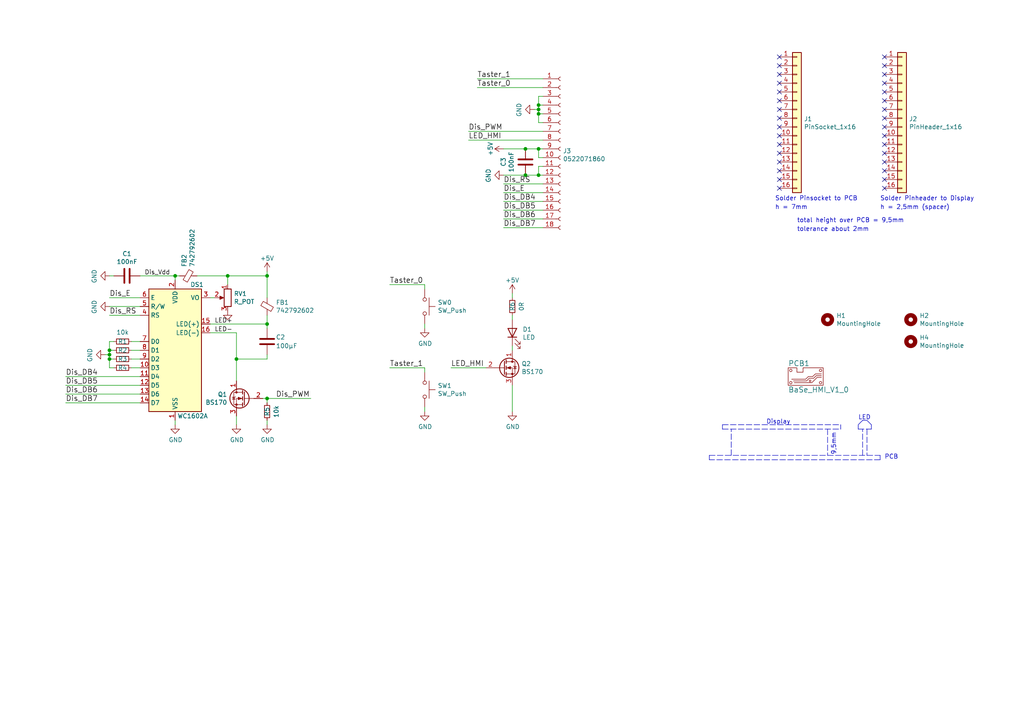
<source format=kicad_sch>
(kicad_sch (version 20211123) (generator eeschema)
  (paper "A4")
  (title_block (title "BaSe_HMI_V1_0") (date "28 apr 2016") (rev "1") (company "Gras7 Labs") (comment 1 "HMI Board for BaSe with Display, 2 Pushbuttons and a LED"))
  (lib_symbols
    (symbol "Connector:Conn_01x18_Female" (pin_names (offset 1.016) hide)
      (property "Reference" "J" (at 0 22.86 0))
      (property "Value" "Conn_01x18_Female" (at 0 -25.4 0))
      (symbol "Conn_01x18_Female_1_1"
        (arc (start 0 -22.352) (mid -0.508 -22.86) (end 0 -23.368) (stroke (width 0.1524)))
        (arc (start 0 -19.812) (mid -0.508 -20.32) (end 0 -20.828) (stroke (width 0.1524)))
        (arc (start 0 -17.272) (mid -0.508 -17.78) (end 0 -18.288) (stroke (width 0.1524)))
        (arc (start 0 -14.732) (mid -0.508 -15.24) (end 0 -15.748) (stroke (width 0.1524)))
        (arc (start 0 -12.192) (mid -0.508 -12.7) (end 0 -13.208) (stroke (width 0.1524)))
        (arc (start 0 -9.652) (mid -0.508 -10.16) (end 0 -10.668) (stroke (width 0.1524)))
        (arc (start 0 -7.112) (mid -0.508 -7.62) (end 0 -8.128) (stroke (width 0.1524)))
        (arc (start 0 -4.572) (mid -0.508 -5.08) (end 0 -5.588) (stroke (width 0.1524)))
        (arc (start 0 -2.032) (mid -0.508 -2.54) (end 0 -3.048) (stroke (width 0.1524)))
        (polyline (pts (xy -1.27 -22.86) (xy -0.508 -22.86)) (stroke (width 0.1524)))
        (polyline (pts (xy -1.27 -20.32) (xy -0.508 -20.32)) (stroke (width 0.1524)))
        (polyline (pts (xy -1.27 -17.78) (xy -0.508 -17.78)) (stroke (width 0.1524)))
        (polyline (pts (xy -1.27 -15.24) (xy -0.508 -15.24)) (stroke (width 0.1524)))
        (polyline (pts (xy -1.27 -12.7) (xy -0.508 -12.7)) (stroke (width 0.1524)))
        (polyline (pts (xy -1.27 -10.16) (xy -0.508 -10.16)) (stroke (width 0.1524)))
        (polyline (pts (xy -1.27 -7.62) (xy -0.508 -7.62)) (stroke (width 0.1524)))
        (polyline (pts (xy -1.27 -5.08) (xy -0.508 -5.08)) (stroke (width 0.1524)))
        (polyline (pts (xy -1.27 -2.54) (xy -0.508 -2.54)) (stroke (width 0.1524)))
        (polyline (pts (xy -1.27 0) (xy -0.508 0)) (stroke (width 0.1524)))
        (polyline (pts (xy -1.27 2.54) (xy -0.508 2.54)) (stroke (width 0.1524)))
        (polyline (pts (xy -1.27 5.08) (xy -0.508 5.08)) (stroke (width 0.1524)))
        (polyline (pts (xy -1.27 7.62) (xy -0.508 7.62)) (stroke (width 0.1524)))
        (polyline (pts (xy -1.27 10.16) (xy -0.508 10.16)) (stroke (width 0.1524)))
        (polyline (pts (xy -1.27 12.7) (xy -0.508 12.7)) (stroke (width 0.1524)))
        (polyline (pts (xy -1.27 15.24) (xy -0.508 15.24)) (stroke (width 0.1524)))
        (polyline (pts (xy -1.27 17.78) (xy -0.508 17.78)) (stroke (width 0.1524)))
        (polyline (pts (xy -1.27 20.32) (xy -0.508 20.32)) (stroke (width 0.1524)))
        (arc (start 0 0.508) (mid -0.508 0) (end 0 -0.508) (stroke (width 0.1524)))
        (arc (start 0 3.048) (mid -0.508 2.54) (end 0 2.032) (stroke (width 0.1524)))
        (arc (start 0 5.588) (mid -0.508 5.08) (end 0 4.572) (stroke (width 0.1524)))
        (arc (start 0 8.128) (mid -0.508 7.62) (end 0 7.112) (stroke (width 0.1524)))
        (arc (start 0 10.668) (mid -0.508 10.16) (end 0 9.652) (stroke (width 0.1524)))
        (arc (start 0 13.208) (mid -0.508 12.7) (end 0 12.192) (stroke (width 0.1524)))
        (arc (start 0 15.748) (mid -0.508 15.24) (end 0 14.732) (stroke (width 0.1524)))
        (arc (start 0 18.288) (mid -0.508 17.78) (end 0 17.272) (stroke (width 0.1524)))
        (arc (start 0 20.828) (mid -0.508 20.32) (end 0 19.812) (stroke (width 0.1524)))
        (pin passive line (at -5.08 20.32 0) (length 3.81) (name "Pin_1") (number "1"))
        (pin passive line (at -5.08 -2.54 0) (length 3.81) (name "Pin_10") (number "10"))
        (pin passive line (at -5.08 -5.08 0) (length 3.81) (name "Pin_11") (number "11"))
        (pin passive line (at -5.08 -7.62 0) (length 3.81) (name "Pin_12") (number "12"))
        (pin passive line (at -5.08 -10.16 0) (length 3.81) (name "Pin_13") (number "13"))
        (pin passive line (at -5.08 -12.7 0) (length 3.81) (name "Pin_14") (number "14"))
        (pin passive line (at -5.08 -15.24 0) (length 3.81) (name "Pin_15") (number "15"))
        (pin passive line (at -5.08 -17.78 0) (length 3.81) (name "Pin_16") (number "16"))
        (pin passive line (at -5.08 -20.32 0) (length 3.81) (name "Pin_17") (number "17"))
        (pin passive line (at -5.08 -22.86 0) (length 3.81) (name "Pin_18") (number "18"))
        (pin passive line (at -5.08 17.78 0) (length 3.81) (name "Pin_2") (number "2"))
        (pin passive line (at -5.08 15.24 0) (length 3.81) (name "Pin_3") (number "3"))
        (pin passive line (at -5.08 12.7 0) (length 3.81) (name "Pin_4") (number "4"))
        (pin passive line (at -5.08 10.16 0) (length 3.81) (name "Pin_5") (number "5"))
        (pin passive line (at -5.08 7.62 0) (length 3.81) (name "Pin_6") (number "6"))
        (pin passive line (at -5.08 5.08 0) (length 3.81) (name "Pin_7") (number "7"))
        (pin passive line (at -5.08 2.54 0) (length 3.81) (name "Pin_8") (number "8"))
        (pin passive line (at -5.08 0 0) (length 3.81) (name "Pin_9") (number "9"))
      )
    )
    (symbol "Connector_Generic:Conn_01x16" (pin_names (offset 1.016) hide)
      (property "Reference" "J" (at 0 20.32 0))
      (property "Value" "Conn_01x16" (at 0 -22.86 0))
      (symbol "Conn_01x16_1_1"
        (rectangle (start -1.27 -20.193) (end 0 -20.447) (stroke (width 0.1524)))
        (rectangle (start -1.27 -17.653) (end 0 -17.907) (stroke (width 0.1524)))
        (rectangle (start -1.27 -15.113) (end 0 -15.367) (stroke (width 0.1524)))
        (rectangle (start -1.27 -12.573) (end 0 -12.827) (stroke (width 0.1524)))
        (rectangle (start -1.27 -10.033) (end 0 -10.287) (stroke (width 0.1524)))
        (rectangle (start -1.27 -7.493) (end 0 -7.747) (stroke (width 0.1524)))
        (rectangle (start -1.27 -4.953) (end 0 -5.207) (stroke (width 0.1524)))
        (rectangle (start -1.27 -2.413) (end 0 -2.667) (stroke (width 0.1524)))
        (rectangle (start -1.27 0.127) (end 0 -0.127) (stroke (width 0.1524)))
        (rectangle (start -1.27 2.667) (end 0 2.413) (stroke (width 0.1524)))
        (rectangle (start -1.27 5.207) (end 0 4.953) (stroke (width 0.1524)))
        (rectangle (start -1.27 7.747) (end 0 7.493) (stroke (width 0.1524)))
        (rectangle (start -1.27 10.287) (end 0 10.033) (stroke (width 0.1524)))
        (rectangle (start -1.27 12.827) (end 0 12.573) (stroke (width 0.1524)))
        (rectangle (start -1.27 15.367) (end 0 15.113) (stroke (width 0.1524)))
        (rectangle (start -1.27 17.907) (end 0 17.653) (stroke (width 0.1524)))
        (rectangle (start -1.27 19.05) (end 1.27 -21.59) (stroke (width 0.254)) (fill (type background)))
        (pin passive line (at -5.08 17.78 0) (length 3.81) (name "Pin_1") (number "1"))
        (pin passive line (at -5.08 -5.08 0) (length 3.81) (name "Pin_10") (number "10"))
        (pin passive line (at -5.08 -7.62 0) (length 3.81) (name "Pin_11") (number "11"))
        (pin passive line (at -5.08 -10.16 0) (length 3.81) (name "Pin_12") (number "12"))
        (pin passive line (at -5.08 -12.7 0) (length 3.81) (name "Pin_13") (number "13"))
        (pin passive line (at -5.08 -15.24 0) (length 3.81) (name "Pin_14") (number "14"))
        (pin passive line (at -5.08 -17.78 0) (length 3.81) (name "Pin_15") (number "15"))
        (pin passive line (at -5.08 -20.32 0) (length 3.81) (name "Pin_16") (number "16"))
        (pin passive line (at -5.08 15.24 0) (length 3.81) (name "Pin_2") (number "2"))
        (pin passive line (at -5.08 12.7 0) (length 3.81) (name "Pin_3") (number "3"))
        (pin passive line (at -5.08 10.16 0) (length 3.81) (name "Pin_4") (number "4"))
        (pin passive line (at -5.08 7.62 0) (length 3.81) (name "Pin_5") (number "5"))
        (pin passive line (at -5.08 5.08 0) (length 3.81) (name "Pin_6") (number "6"))
        (pin passive line (at -5.08 2.54 0) (length 3.81) (name "Pin_7") (number "7"))
        (pin passive line (at -5.08 0 0) (length 3.81) (name "Pin_8") (number "8"))
        (pin passive line (at -5.08 -2.54 0) (length 3.81) (name "Pin_9") (number "9"))
      )
    )
    (symbol "Device:C" (pin_numbers hide) (pin_names (offset 0.254))
      (property "Reference" "C" (at 0.635 2.54 0))
      (property "Value" "C" (at 0.635 -2.54 0))
      (symbol "C_0_1"
        (polyline (pts (xy -2.032 -0.762) (xy 2.032 -0.762)) (stroke (width 0.508)))
        (polyline (pts (xy -2.032 0.762) (xy 2.032 0.762)) (stroke (width 0.508)))
      )
      (symbol "C_1_1"
        (pin passive line (at 0 3.81 270) (length 2.794) (name "~") (number "1"))
        (pin passive line (at 0 -3.81 90) (length 2.794) (name "~") (number "2"))
      )
    )
    (symbol "Device:Ferrite_Bead_Small" (pin_numbers hide) (pin_names (offset 0))
      (property "Reference" "FB" (at 1.905 1.27 0))
      (property "Value" "Device_Ferrite_Bead_Small" (at 1.905 -1.27 0))
      (symbol "Ferrite_Bead_Small_0_1"
        (polyline (pts (xy 0 -1.27) (xy 0 -0.7874)))
        (polyline (pts (xy 0 0.889) (xy 0 1.2954)))
        (polyline (pts (xy -1.8288 0.2794) (xy -1.1176 1.4986) (xy 1.8288 -0.2032) (xy 1.1176 -1.4224) (xy -1.8288 0.2794)))
      )
      (symbol "Ferrite_Bead_Small_1_1"
        (pin passive line (at 0 2.54 270) (length 1.27) (name "~") (number "1"))
        (pin passive line (at 0 -2.54 90) (length 1.27) (name "~") (number "2"))
      )
    )
    (symbol "Device:LED" (pin_numbers hide) (pin_names (offset 1.016) hide)
      (property "Reference" "D" (at 0 2.54 0))
      (property "Value" "LED" (at 0 -2.54 0))
      (symbol "LED_0_1"
        (polyline (pts (xy -1.27 -1.27) (xy -1.27 1.27)) (stroke (width 0.254)))
        (polyline (pts (xy -1.27 0) (xy 1.27 0)))
        (polyline (pts (xy 1.27 -1.27) (xy 1.27 1.27) (xy -1.27 0) (xy 1.27 -1.27)) (stroke (width 0.254)))
        (polyline (pts (xy -3.048 -0.762) (xy -4.572 -2.286) (xy -3.81 -2.286) (xy -4.572 -2.286) (xy -4.572 -1.524)))
        (polyline (pts (xy -1.778 -0.762) (xy -3.302 -2.286) (xy -2.54 -2.286) (xy -3.302 -2.286) (xy -3.302 -1.524)))
      )
      (symbol "LED_1_1"
        (pin passive line (at -3.81 0 0) (length 2.54) (name "K") (number "1"))
        (pin passive line (at 3.81 0 180) (length 2.54) (name "A") (number "2"))
      )
    )
    (symbol "Device:R_POT" (pin_names (offset 1.016) hide)
      (property "Reference" "RV" (at -4.445 0 90))
      (property "Value" "Device_R_POT" (at -2.54 0 90))
      (symbol "R_POT_0_1"
        (polyline (pts (xy 2.54 0) (xy 1.524 0)))
        (polyline (pts (xy 1.143 0) (xy 2.286 0.508) (xy 2.286 -0.508) (xy 1.143 0)) (fill (type outline)))
        (rectangle (start 1.016 2.54) (end -1.016 -2.54) (stroke (width 0.254)))
      )
      (symbol "R_POT_1_1"
        (pin passive line (at 0 3.81 270) (length 1.27) (name "1") (number "1"))
        (pin passive line (at 3.81 0 180) (length 1.27) (name "2") (number "2"))
        (pin passive line (at 0 -3.81 90) (length 1.27) (name "3") (number "3"))
      )
    )
    (symbol "Device:R_Small" (pin_numbers hide) (pin_names (offset 0.254) hide)
      (property "Reference" "R" (at 0.762 0.508 0))
      (property "Value" "R_Small" (at 0.762 -1.016 0))
      (symbol "R_Small_0_1"
        (rectangle (start -0.762 1.778) (end 0.762 -1.778) (stroke (width 0.2032)))
      )
      (symbol "R_Small_1_1"
        (pin passive line (at 0 2.54 270) (length 0.762) (name "~") (number "1"))
        (pin passive line (at 0 -2.54 90) (length 0.762) (name "~") (number "2"))
      )
    )
    (symbol "Display_Character:WC1602A"
      (property "Reference" "DS" (at -5.842 19.05 0))
      (property "Value" "WC1602A" (at 5.334 19.05 0))
      (symbol "WC1602A_1_1"
        (rectangle (start -7.62 17.78) (end 7.62 -17.78) (stroke (width 0.254)) (fill (type background)))
        (pin power_in line (at 0 -20.32 90) (length 2.54) (name "VSS") (number "1"))
        (pin input line (at -10.16 -5.08 0) (length 2.54) (name "D3") (number "10"))
        (pin input line (at -10.16 -7.62 0) (length 2.54) (name "D4") (number "11"))
        (pin input line (at -10.16 -10.16 0) (length 2.54) (name "D5") (number "12"))
        (pin input line (at -10.16 -12.7 0) (length 2.54) (name "D6") (number "13"))
        (pin input line (at -10.16 -15.24 0) (length 2.54) (name "D7") (number "14"))
        (pin power_in line (at 10.16 7.62 180) (length 2.54) (name "LED(+)") (number "15"))
        (pin power_in line (at 10.16 5.08 180) (length 2.54) (name "LED(-)") (number "16"))
        (pin power_in line (at 0 20.32 270) (length 2.54) (name "VDD") (number "2"))
        (pin input line (at 10.16 15.24 180) (length 2.54) (name "VO") (number "3"))
        (pin input line (at -10.16 10.16 0) (length 2.54) (name "RS") (number "4"))
        (pin input line (at -10.16 12.7 0) (length 2.54) (name "R/W") (number "5"))
        (pin input line (at -10.16 15.24 0) (length 2.54) (name "E") (number "6"))
        (pin input line (at -10.16 2.54 0) (length 2.54) (name "D0") (number "7"))
        (pin input line (at -10.16 0 0) (length 2.54) (name "D1") (number "8"))
        (pin input line (at -10.16 -2.54 0) (length 2.54) (name "D2") (number "9"))
      )
    )
    (symbol "Mechanical:MountingHole" (pin_names (offset 1.016))
      (property "Reference" "H" (at 0 5.08 0))
      (property "Value" "MountingHole" (at 0 3.175 0))
      (symbol "MountingHole_0_1"
        (circle (center 0 0) (radius 1.27) (stroke (width 1.27)))
      )
    )
    (symbol "Switch:SW_Push" (pin_numbers hide) (pin_names (offset 1.016) hide)
      (property "Reference" "SW" (at 1.27 2.54 0))
      (property "Value" "SW_Push" (at 0 -1.524 0))
      (symbol "SW_Push_0_1"
        (circle (center -2.032 0) (radius 0.508))
        (polyline (pts (xy 0 1.27) (xy 0 3.048)))
        (polyline (pts (xy 2.54 1.27) (xy -2.54 1.27)))
        (circle (center 2.032 0) (radius 0.508))
        (pin passive line (at -5.08 0 0) (length 2.54) (name "1") (number "1"))
        (pin passive line (at 5.08 0 180) (length 2.54) (name "2") (number "2"))
      )
    )
    (symbol "Transistor_FET:BS170" (pin_names hide)
      (property "Reference" "Q" (at 5.08 1.905 0))
      (property "Value" "BS170" (at 5.08 0 0))
      (symbol "BS170_0_1"
        (polyline (pts (xy 0.254 0) (xy -2.54 0)))
        (polyline (pts (xy 0.254 1.905) (xy 0.254 -1.905)) (stroke (width 0.254)))
        (polyline (pts (xy 0.762 -1.27) (xy 0.762 -2.286)) (stroke (width 0.254)))
        (polyline (pts (xy 0.762 0.508) (xy 0.762 -0.508)) (stroke (width 0.254)))
        (polyline (pts (xy 0.762 2.286) (xy 0.762 1.27)) (stroke (width 0.254)))
        (polyline (pts (xy 2.54 2.54) (xy 2.54 1.778)))
        (polyline (pts (xy 2.54 -2.54) (xy 2.54 0) (xy 0.762 0)))
        (polyline (pts (xy 0.762 -1.778) (xy 3.302 -1.778) (xy 3.302 1.778) (xy 0.762 1.778)))
        (polyline (pts (xy 1.016 0) (xy 2.032 0.381) (xy 2.032 -0.381) (xy 1.016 0)) (fill (type outline)))
        (polyline (pts (xy 2.794 0.508) (xy 2.921 0.381) (xy 3.683 0.381) (xy 3.81 0.254)))
        (polyline (pts (xy 3.302 0.381) (xy 2.921 -0.254) (xy 3.683 -0.254) (xy 3.302 0.381)))
        (circle (center 1.651 0) (radius 2.794) (stroke (width 0.254)))
        (circle (center 2.54 -1.778) (radius 0.254) (fill (type outline)))
        (circle (center 2.54 1.778) (radius 0.254) (fill (type outline)))
      )
      (symbol "BS170_1_1"
        (pin passive line (at 2.54 5.08 270) (length 2.54) (name "D") (number "1"))
        (pin input line (at -5.08 0 0) (length 2.54) (name "G") (number "2"))
        (pin passive line (at 2.54 -5.08 90) (length 2.54) (name "S") (number "3"))
      )
    )
    (symbol "g7_labels:PCB" (pin_names (offset 1.016))
      (property "Reference" "PCB" (at 0 3.81 0))
      (property "Value" "PCB" (at 0 -3.81 0))
      (symbol "PCB_0_1"
        (circle (center -4.318 1.778) (radius 0.3556))
        (polyline (pts (xy 4.572 -0.254) (xy 3.302 -0.254) (xy 1.778 -1.778) (xy -3.302 -1.778)))
        (polyline (pts (xy -3.556 -1.27) (xy 0.254 -1.27) (xy 1.016 -0.508) (xy 2.286 -0.508) (xy 3.048 0.254) (xy 4.572 0.254)))
        (polyline (pts (xy -4.064 -0.762) (xy -0.508 -0.762) (xy 0 -0.762) (xy 0.762 0) (xy 2.032 0) (xy 2.794 0.762) (xy 4.572 0.762)))
        (polyline (pts (xy -5.08 2.54) (xy -2.54 2.54) (xy -2.54 1.27) (xy -0.762 1.27) (xy -0.762 2.54) (xy 5.08 2.54) (xy 5.08 -2.54) (xy -5.08 -2.54) (xy -5.08 2.54)))
        (circle (center 1.27 -1.27) (radius 0.254))
        (circle (center 4.318 -1.778) (radius 0.3556))
      )
      (symbol "PCB_1_1"
        (circle (center -4.318 -1.778) (radius 0.3556))
        (circle (center 4.318 1.778) (radius 0.3556))
      )
    )
    (symbol "power:+5V" (power) (pin_names (offset 0))
      (property "Value" "+5V" (at 0 3.556 0))
      (symbol "+5V_0_1"
        (polyline (pts (xy -0.762 1.27) (xy 0 2.54)))
        (polyline (pts (xy 0 0) (xy 0 2.54)))
        (polyline (pts (xy 0 2.54) (xy 0.762 1.27)))
      )
      (symbol "+5V_1_1"
        (pin power_in line (at 0 0 90) (length 0) hide (name "+5V") (number "1"))
      )
    )
    (symbol "power:GND" (power) (pin_names (offset 0))
      (property "Value" "GND" (at 0 -3.81 0))
      (symbol "GND_0_1"
        (polyline (pts (xy 0 0) (xy 0 -1.27) (xy 1.27 -1.27) (xy 0 -2.54) (xy -1.27 -1.27) (xy 0 -1.27)))
      )
      (symbol "GND_1_1"
        (pin power_in line (at 0 0 270) (length 0) hide (name "GND") (number "1"))
      )
    )
  )
  (junction (at 66.04 80.01))
  (junction (at 68.58 104.14))
  (junction (at 77.47 115.57))
  (junction (at 156.21 31.75))
  (junction (at 77.47 80.01))
  (junction (at 156.21 43.18))
  (junction (at 152.4 50.8))
  (junction (at 156.21 33.02))
  (junction (at 31.75 101.6))
  (junction (at 31.75 104.14))
  (junction (at 156.21 30.48))
  (junction (at 156.21 50.8))
  (junction (at 50.8 80.01))
  (junction (at 77.47 93.98))
  (junction (at 152.4 43.18))
  (junction (at 31.75 102.87))
  (no_connect (at 256.54 44.45))
  (no_connect (at 256.54 39.37))
  (no_connect (at 226.06 26.67))
  (no_connect (at 226.06 49.53))
  (no_connect (at 256.54 19.05))
  (no_connect (at 256.54 46.99))
  (no_connect (at 256.54 29.21))
  (no_connect (at 226.06 16.51))
  (no_connect (at 256.54 36.83))
  (no_connect (at 256.54 26.67))
  (no_connect (at 256.54 31.75))
  (no_connect (at 256.54 24.13))
  (no_connect (at 226.06 46.99))
  (no_connect (at 226.06 52.07))
  (no_connect (at 226.06 29.21))
  (no_connect (at 226.06 34.29))
  (no_connect (at 256.54 21.59))
  (no_connect (at 256.54 16.51))
  (no_connect (at 226.06 21.59))
  (no_connect (at 226.06 41.91))
  (no_connect (at 226.06 44.45))
  (no_connect (at 256.54 41.91))
  (no_connect (at 226.06 19.05))
  (no_connect (at 256.54 52.07))
  (no_connect (at 256.54 49.53))
  (no_connect (at 256.54 54.61))
  (no_connect (at 226.06 54.61))
  (no_connect (at 226.06 39.37))
  (no_connect (at 226.06 36.83))
  (no_connect (at 226.06 24.13))
  (no_connect (at 226.06 31.75))
  (no_connect (at 256.54 34.29))
  (wire (pts (xy 148.59 111.76) (xy 148.59 119.38)))
  (wire (pts (xy 156.21 43.18) (xy 156.21 45.72)))
  (wire (pts (xy 38.1 99.06) (xy 40.64 99.06)))
  (wire (pts (xy 148.59 85.09) (xy 148.59 86.36)))
  (polyline (pts (xy 251.46 124.46) (xy 251.46 132.08)))
  (wire (pts (xy 31.75 102.87) (xy 31.75 104.14)))
  (wire (pts (xy 156.21 45.72) (xy 157.48 45.72)))
  (wire (pts (xy 19.05 116.84) (xy 40.64 116.84)))
  (wire (pts (xy 50.8 123.19) (xy 50.8 121.92)))
  (wire (pts (xy 60.96 86.36) (xy 62.23 86.36)))
  (wire (pts (xy 146.05 58.42) (xy 157.48 58.42)))
  (wire (pts (xy 19.05 114.3) (xy 40.64 114.3)))
  (wire (pts (xy 50.8 81.28) (xy 50.8 80.01)))
  (wire (pts (xy 38.1 106.68) (xy 40.64 106.68)))
  (wire (pts (xy 60.96 93.98) (xy 77.47 93.98)))
  (wire (pts (xy 146.05 60.96) (xy 157.48 60.96)))
  (wire (pts (xy 156.21 48.26) (xy 156.21 50.8)))
  (polyline (pts (xy 205.74 132.08) (xy 255.27 132.08)))
  (wire (pts (xy 123.19 93.98) (xy 123.19 95.25)))
  (wire (pts (xy 77.47 123.19) (xy 77.47 121.92)))
  (polyline (pts (xy 252.73 124.46) (xy 252.73 123.19)))
  (wire (pts (xy 50.8 80.01) (xy 52.07 80.01)))
  (wire (pts (xy 113.03 82.55) (xy 123.19 82.55)))
  (wire (pts (xy 146.05 55.88) (xy 157.48 55.88)))
  (wire (pts (xy 19.05 111.76) (xy 40.64 111.76)))
  (wire (pts (xy 152.4 50.8) (xy 156.21 50.8)))
  (wire (pts (xy 31.75 104.14) (xy 33.02 104.14)))
  (wire (pts (xy 146.05 63.5) (xy 157.48 63.5)))
  (polyline (pts (xy 250.19 132.08) (xy 250.19 124.46)))
  (wire (pts (xy 38.1 101.6) (xy 40.64 101.6)))
  (polyline (pts (xy 252.73 123.19) (xy 251.46 121.92)))
  (wire (pts (xy 31.75 101.6) (xy 31.75 102.87)))
  (polyline (pts (xy 255.27 132.08) (xy 255.27 133.35)))
  (polyline (pts (xy 212.09 132.08) (xy 212.09 124.46)))
  (polyline (pts (xy 255.27 133.35) (xy 205.74 133.35)))
  (polyline (pts (xy 209.55 123.19) (xy 243.84 123.19)))
  (polyline (pts (xy 209.55 124.46) (xy 243.84 124.46)))
  (wire (pts (xy 31.75 80.01) (xy 33.02 80.01)))
  (wire (pts (xy 68.58 123.19) (xy 68.58 120.65)))
  (wire (pts (xy 31.75 104.14) (xy 31.75 106.68)))
  (wire (pts (xy 152.4 43.18) (xy 146.05 43.18)))
  (wire (pts (xy 135.89 40.64) (xy 157.48 40.64)))
  (wire (pts (xy 77.47 78.74) (xy 77.47 80.01)))
  (wire (pts (xy 76.2 115.57) (xy 77.47 115.57)))
  (wire (pts (xy 33.02 99.06) (xy 31.75 99.06)))
  (wire (pts (xy 157.48 33.02) (xy 156.21 33.02)))
  (wire (pts (xy 68.58 96.52) (xy 60.96 96.52)))
  (wire (pts (xy 156.21 33.02) (xy 156.21 31.75)))
  (wire (pts (xy 31.75 102.87) (xy 30.48 102.87)))
  (wire (pts (xy 154.94 31.75) (xy 156.21 31.75)))
  (wire (pts (xy 157.48 27.94) (xy 156.21 27.94)))
  (wire (pts (xy 77.47 104.14) (xy 68.58 104.14)))
  (wire (pts (xy 68.58 104.14) (xy 68.58 96.52)))
  (wire (pts (xy 40.64 80.01) (xy 50.8 80.01)))
  (wire (pts (xy 66.04 80.01) (xy 66.04 82.55)))
  (wire (pts (xy 157.48 48.26) (xy 156.21 48.26)))
  (wire (pts (xy 138.43 22.86) (xy 157.48 22.86)))
  (polyline (pts (xy 250.19 121.92) (xy 248.92 123.19)))
  (wire (pts (xy 123.19 82.55) (xy 123.19 83.82)))
  (wire (pts (xy 77.47 95.25) (xy 77.47 93.98)))
  (wire (pts (xy 77.47 91.44) (xy 77.47 93.98)))
  (wire (pts (xy 156.21 30.48) (xy 156.21 31.75)))
  (polyline (pts (xy 243.84 123.19) (xy 243.84 124.46)))
  (wire (pts (xy 31.75 86.36) (xy 40.64 86.36)))
  (wire (pts (xy 156.21 27.94) (xy 156.21 30.48)))
  (wire (pts (xy 77.47 80.01) (xy 77.47 86.36)))
  (polyline (pts (xy 251.46 121.92) (xy 250.19 121.92)))
  (wire (pts (xy 66.04 80.01) (xy 77.47 80.01)))
  (polyline (pts (xy 240.03 124.46) (xy 240.03 132.08)))
  (wire (pts (xy 38.1 104.14) (xy 40.64 104.14)))
  (wire (pts (xy 123.19 119.38) (xy 123.19 118.11)))
  (wire (pts (xy 138.43 25.4) (xy 157.48 25.4)))
  (wire (pts (xy 146.05 50.8) (xy 152.4 50.8)))
  (wire (pts (xy 31.75 91.44) (xy 40.64 91.44)))
  (polyline (pts (xy 248.92 123.19) (xy 248.92 124.46)))
  (wire (pts (xy 77.47 115.57) (xy 77.47 116.84)))
  (wire (pts (xy 146.05 66.04) (xy 157.48 66.04)))
  (wire (pts (xy 156.21 43.18) (xy 152.4 43.18)))
  (wire (pts (xy 19.05 109.22) (xy 40.64 109.22)))
  (wire (pts (xy 146.05 53.34) (xy 157.48 53.34)))
  (wire (pts (xy 68.58 110.49) (xy 68.58 104.14)))
  (wire (pts (xy 123.19 106.68) (xy 123.19 107.95)))
  (wire (pts (xy 140.97 106.68) (xy 130.81 106.68)))
  (wire (pts (xy 156.21 33.02) (xy 156.21 35.56)))
  (wire (pts (xy 31.75 106.68) (xy 33.02 106.68)))
  (polyline (pts (xy 205.74 133.35) (xy 205.74 132.08)))
  (wire (pts (xy 148.59 101.6) (xy 148.59 100.33)))
  (wire (pts (xy 77.47 115.57) (xy 90.17 115.57)))
  (wire (pts (xy 31.75 99.06) (xy 31.75 101.6)))
  (wire (pts (xy 156.21 35.56) (xy 157.48 35.56)))
  (wire (pts (xy 31.75 88.9) (xy 40.64 88.9)))
  (wire (pts (xy 33.02 101.6) (xy 31.75 101.6)))
  (wire (pts (xy 156.21 50.8) (xy 157.48 50.8)))
  (polyline (pts (xy 209.55 124.46) (xy 209.55 123.19)))
  (wire (pts (xy 148.59 91.44) (xy 148.59 92.71)))
  (wire (pts (xy 57.15 80.01) (xy 66.04 80.01)))
  (wire (pts (xy 156.21 30.48) (xy 157.48 30.48)))
  (wire (pts (xy 113.03 106.68) (xy 123.19 106.68)))
  (polyline (pts (xy 248.92 124.46) (xy 252.73 124.46)))
  (wire (pts (xy 157.48 43.18) (xy 156.21 43.18)))
  (wire (pts (xy 135.89 38.1) (xy 157.48 38.1)))
  (wire (pts (xy 77.47 102.87) (xy 77.47 104.14)))
  (text "h = 7mm" (at 224.79 60.96 0) (effects (font (size 1.27 1.27)) (justify left bottom)))
  (text "PCB" (at 256.54 133.35 0) (effects (font (size 1.27 1.27)) (justify left bottom)))
  (text "h = 2,5mm (spacer)" (at 255.27 60.96 0) (effects (font (size 1.27 1.27)) (justify left bottom)))
  (text "9,5mm" (at 242.57 132.08 90) (effects (font (size 1.27 1.27)) (justify left bottom)))
  (text "tolerance about 2mm" (at 231.14 67.31 0) (effects (font (size 1.27 1.27)) (justify left bottom)))
  (text "Solder Pinheader to Display" (at 255.27 58.42 0) (effects (font (size 1.27 1.27)) (justify left bottom)))
  (text "Solder Pinsocket to PCB" (at 224.79 58.42 0) (effects (font (size 1.27 1.27)) (justify left bottom)))
  (text "Display" (at 222.25 123.19 0) (effects (font (size 1.27 1.27)) (justify left bottom)))
  (text "total height over PCB = 9,5mm" (at 231.14 64.77 0) (effects (font (size 1.27 1.27)) (justify left bottom)))
  (text "LED" (at 248.92 121.92 0) (effects (font (size 1.27 1.27)) (justify left bottom)))
  (label "Dis_DB4" (at 146.05 58.42 0) (effects (font (size 1.524 1.524))))
  (label "Dis_Vdd" (at 41.91 80.01 0))
  (label "LED_HMI" (at 130.81 106.68 0) (effects (font (size 1.524 1.524))))
  (label "LED_HMI" (at 135.89 40.64 0) (effects (font (size 1.524 1.524))))
  (label "Dis_RS" (at 146.05 53.34 0) (effects (font (size 1.524 1.524))))
  (label "Dis_RS" (at 31.75 91.44 0) (effects (font (size 1.524 1.524))))
  (label "Dis_PWM" (at 135.89 38.1 0) (effects (font (size 1.524 1.524))))
  (label "Dis_PWM" (at 80.01 115.57 0) (effects (font (size 1.524 1.524))))
  (label "Dis_DB5" (at 146.05 60.96 0) (effects (font (size 1.524 1.524))))
  (label "Dis_DB5" (at 19.05 111.76 0) (effects (font (size 1.524 1.524))))
  (label "Taster_0" (at 138.43 25.4 0) (effects (font (size 1.524 1.524))))
  (label "Dis_E" (at 31.75 86.36 0) (effects (font (size 1.524 1.524))))
  (label "Dis_DB6" (at 146.05 63.5 0) (effects (font (size 1.524 1.524))))
  (label "Taster_0" (at 113.03 82.55 0) (effects (font (size 1.524 1.524))))
  (label "Taster_1" (at 113.03 106.68 0) (effects (font (size 1.524 1.524))))
  (label "Dis_DB7" (at 146.05 66.04 0) (effects (font (size 1.524 1.524))))
  (label "LED-" (at 62.23 96.52 0))
  (label "Dis_DB4" (at 19.05 109.22 0) (effects (font (size 1.524 1.524))))
  (label "Dis_DB7" (at 19.05 116.84 0) (effects (font (size 1.524 1.524))))
  (label "Taster_1" (at 138.43 22.86 0) (effects (font (size 1.524 1.524))))
  (label "Dis_DB6" (at 19.05 114.3 0) (effects (font (size 1.524 1.524))))
  (label "Dis_E" (at 146.05 55.88 0) (effects (font (size 1.524 1.524))))
  (label "LED+" (at 62.23 93.98 0))
  (symbol (lib_id "Device:C") (at 77.47 99.06 180) (unit 1)
    (property "Reference" "C2" (at 80.01 97.79 0) (effects (justify right)))
    (property "Value" "100µF" (at 80.01 100.33 0) (effects (justify right)))
    (property "Footprint" "Capacitor_SMD:C_1210_3225Metric_Pad1.42x2.65mm_HandSolder" (effects hide))
    (property "Datasheet" "https://www.yuden.co.jp/productdata/catalog/mlcc01_e.pdf" (effects hide))
    (property "Digikey" " 587-1387-1-ND" (effects hide))
    (property "SPN" " 587-1387-1-ND" (effects hide))
  )
  (symbol (lib_id "Switch:SW_Push") (at 123.19 88.9 270) (unit 1)
    (property "Reference" "SW0" (at 126.9492 87.7316 90) (effects (justify left)))
    (property "Value" "SW_Push" (at 126.9492 90.043 90) (effects (justify left)))
    (property "Footprint" "Button_Switch_THT:SW_PUSH_6mm_H7.3mm" (effects hide))
    (property "Datasheet" "http://www.schurter.ch/bundles/snceschurter/epim/_ProdPool_/newDS/en/typ_6x6_mm_tact_switches.pdf" (effects hide))
    (property "SPN" "486-3459-ND" (effects hide))
  )
  (symbol (lib_id "Switch:SW_Push") (at 123.19 113.03 270) (unit 1)
    (property "Reference" "SW1" (at 126.9492 111.8616 90) (effects (justify left)))
    (property "Value" "SW_Push" (at 126.9492 114.173 90) (effects (justify left)))
    (property "Footprint" "Button_Switch_THT:SW_PUSH_6mm_H7.3mm" (effects hide))
  )
  (symbol (lib_id "Transistor_FET:BS170") (at 71.12 115.57 0) (mirror y) (unit 1)
    (property "Reference" "Q1" (at 65.913 114.4016 0) (effects (justify left)))
    (property "Value" "BS170" (at 65.913 116.713 0) (effects (justify left)))
    (property "Footprint" "Package_TO_SOT_THT:TO-92_Inline" (effects hide))
    (property "Datasheet" "http://www.fairchildsemi.com/ds/BS/BS170.pdf" (effects hide))
  )
  (symbol (lib_id "Display_Character:WC1602A") (at 50.8 101.6 0) (unit 1)
    (property "Reference" "DS1" (at 57.15 82.55 0))
    (property "Value" "WC1602A" (at 55.88 120.65 0))
    (property "Footprint" "G7_Custom:WC1602A_9.5mm_over_PCB" (effects hide))
    (property "Datasheet" "http://www.wincomlcd.com/pdf/WC1602A-SFYLYHTC06.pdf" (effects hide))
  )
  (symbol (lib_id "Connector_Generic:Conn_01x16") (at 231.14 34.29 0) (unit 1)
    (property "Reference" "J1" (at 233.172 34.4932 0) (effects (justify left)))
    (property "Value" "PinSocket_1x16" (at 233.172 36.8046 0) (effects (justify left)))
    (property "Digikey" "1212-1202-ND " (effects hide))
    (property "SPN" "1212-1202-ND " (effects hide))
  )
  (symbol (lib_id "Connector_Generic:Conn_01x16") (at 261.62 34.29 0) (unit 1)
    (property "Reference" "J2" (at 263.652 34.4932 0) (effects (justify left)))
    (property "Value" "PinHeader_1x16" (at 263.652 36.8046 0) (effects (justify left)))
    (property "Digikey" "609-3267-ND " (effects hide))
    (property "SPN" "609-3267-ND " (effects hide))
  )
  (symbol (lib_id "Device:R_Small") (at 35.56 99.06 270) (unit 1)
    (property "Reference" "R1" (at 35.56 99.06 90))
    (property "Value" "10k" (at 35.56 96.393 90))
    (property "Footprint" "Resistor_SMD:R_0603_1608Metric_Pad1.05x0.95mm_HandSolder" (effects hide))
  )
  (symbol (lib_id "Device:R_Small") (at 35.56 101.6 270) (unit 1)
    (property "Reference" "R2" (at 35.56 101.6 90))
    (property "Value" "10k" (effects hide))
    (property "Footprint" "Resistor_SMD:R_0603_1608Metric_Pad1.05x0.95mm_HandSolder" (effects hide))
  )
  (symbol (lib_id "Device:R_Small") (at 35.56 104.14 270) (unit 1)
    (property "Reference" "R3" (at 35.56 104.14 90))
    (property "Value" "10k" (effects hide))
    (property "Footprint" "Resistor_SMD:R_0603_1608Metric_Pad1.05x0.95mm_HandSolder" (effects hide))
  )
  (symbol (lib_id "Device:R_Small") (at 35.56 106.68 270) (unit 1)
    (property "Reference" "R4" (at 35.56 106.68 90))
    (property "Value" "10k" (effects hide))
    (property "Footprint" "Resistor_SMD:R_0603_1608Metric_Pad1.05x0.95mm_HandSolder" (effects hide))
  )
  (symbol (lib_id "power:GND") (at 30.48 102.87 270) (unit 1)
    (property "Reference" "#PWR0101" (effects hide))
    (property "Value" "GND" (at 26.0858 102.997 0))
  )
  (symbol (lib_id "power:GND") (at 50.8 123.19 0) (unit 1)
    (property "Reference" "#PWR0102" (effects hide))
    (property "Value" "GND" (at 50.927 127.5842 0))
  )
  (symbol (lib_id "power:GND") (at 31.75 88.9 270) (unit 1)
    (property "Reference" "#PWR0103" (effects hide))
    (property "Value" "GND" (at 27.3558 89.027 0))
  )
  (symbol (lib_id "Device:R_POT") (at 66.04 86.36 0) (mirror y) (unit 1)
    (property "Reference" "RV1" (at 67.818 85.1916 0) (effects (justify right)))
    (property "Value" "R_POT" (at 67.818 87.503 0) (effects (justify right)))
    (property "Footprint" "Potentiometer_THT:Potentiometer_Piher_PT-10-V10_Vertical" (effects hide))
    (property "Datasheet" "https://www.piher.net/pdf/12-PT10v03.pdf" (effects hide))
    (property "Digikey" "1993-1082-ND " (effects hide))
  )
  (symbol (lib_id "power:GND") (at 68.58 123.19 0) (unit 1)
    (property "Reference" "#PWR0104" (effects hide))
    (property "Value" "GND" (at 68.707 127.5842 0))
  )
  (symbol (lib_id "Device:R_Small") (at 77.47 119.38 180) (unit 1)
    (property "Reference" "R5" (at 77.47 119.38 90))
    (property "Value" "10k" (at 80.137 119.38 90))
    (property "Footprint" "Resistor_SMD:R_0603_1608Metric_Pad1.05x0.95mm_HandSolder" (effects hide))
  )
  (symbol (lib_id "power:GND") (at 77.47 123.19 0) (unit 1)
    (property "Reference" "#PWR0105" (effects hide))
    (property "Value" "GND" (at 77.597 127.5842 0))
  )
  (symbol (lib_id "power:GND") (at 66.04 90.17 0) (unit 1)
    (property "Reference" "#PWR0108" (effects hide))
    (property "Value" "GND" (effects hide))
  )
  (symbol (lib_id "Device:Ferrite_Bead_Small") (at 54.61 80.01 90) (unit 1)
    (property "Reference" "FB2" (at 53.4416 77.47 0) (effects (justify left)))
    (property "Value" "742792602" (at 55.753 77.47 0) (effects (justify left)))
    (property "Footprint" "Inductor_SMD:L_0603_1608Metric_Pad1.05x0.95mm_HandSolder" (effects hide))
    (property "Datasheet" "https://www.we-online.de/katalog/datasheet/742792602.pdf" (effects hide))
  )
  (symbol (lib_id "power:+5V") (at 77.47 78.74 0) (unit 1)
    (property "Reference" "#PWR0109" (effects hide))
    (property "Value" "+5V" (at 77.47 74.93 0))
  )
  (symbol (lib_id "Device:C") (at 36.83 80.01 270) (unit 1)
    (property "Reference" "C1" (at 36.83 73.6092 90))
    (property "Value" "100nF" (at 36.83 75.9206 90))
    (property "Footprint" "Capacitor_SMD:C_0603_1608Metric_Pad1.05x0.95mm_HandSolder" (effects hide))
  )
  (symbol (lib_id "power:GND") (at 31.75 80.01 270) (unit 1)
    (property "Reference" "#PWR0110" (effects hide))
    (property "Value" "GND" (at 27.3558 80.137 0))
  )
  (symbol (lib_id "power:GND") (at 123.19 95.25 0) (unit 1)
    (property "Reference" "#PWR0111" (effects hide))
    (property "Value" "GND" (at 123.317 99.6442 0))
  )
  (symbol (lib_id "power:GND") (at 123.19 119.38 0) (unit 1)
    (property "Reference" "#PWR0112" (effects hide))
    (property "Value" "GND" (at 123.317 123.7742 0))
  )
  (symbol (lib_id "Device:LED") (at 148.59 96.52 90) (unit 1)
    (property "Reference" "D1" (at 151.5618 95.5294 90) (effects (justify right)))
    (property "Value" "LED" (at 151.5618 97.8408 90) (effects (justify right)))
    (property "Footprint" "G7_Custom:LED_D3.0mm_9.5mm_Standoff" (effects hide))
  )
  (symbol (lib_id "power:GND") (at 148.59 119.38 0) (unit 1)
    (property "Reference" "#PWR0113" (effects hide))
    (property "Value" "GND" (at 148.717 123.7742 0))
  )
  (symbol (lib_id "Device:Ferrite_Bead_Small") (at 77.47 88.9 0) (unit 1)
    (property "Reference" "FB1" (at 80.01 87.7316 0) (effects (justify left)))
    (property "Value" "742792602" (at 80.01 90.043 0) (effects (justify left)))
    (property "Footprint" "Inductor_SMD:L_0603_1608Metric_Pad1.05x0.95mm_HandSolder" (effects hide))
    (property "Datasheet" "https://www.we-online.de/katalog/datasheet/742792602.pdf" (effects hide))
  )
  (symbol (lib_id "power:GND") (at 146.05 50.8 270) (unit 1)
    (property "Reference" "#PWR0106" (effects hide))
    (property "Value" "GND" (at 141.6558 50.927 0))
  )
  (symbol (lib_id "power:+5V") (at 146.05 43.18 90) (unit 1)
    (property "Reference" "#PWR0114" (effects hide))
    (property "Value" "+5V" (at 142.24 43.18 0))
  )
  (symbol (lib_id "power:GND") (at 154.94 31.75 270) (unit 1)
    (property "Reference" "#PWR0115" (effects hide))
    (property "Value" "GND" (at 150.5458 31.877 0))
  )
  (symbol (lib_id "Device:C") (at 152.4 46.99 0) (unit 1)
    (property "Reference" "C3" (at 145.9992 46.99 90))
    (property "Value" "100nF" (at 148.3106 46.99 90))
    (property "Footprint" "Capacitor_SMD:C_0603_1608Metric_Pad1.05x0.95mm_HandSolder" (effects hide))
  )
  (symbol (lib_id "g7_labels:PCB") (at 233.68 109.22 0) (unit 1)
    (property "Reference" "PCB1" (at 228.6 105.41 0) (effects (font (size 1.524 1.524)) (justify left)))
    (property "Value" "BaSe_HMI_V1_0" (at 228.6 113.03 0) (effects (font (size 1.524 1.524)) (justify left)))
    (property "Footprint" "G7_Labels:BaSe_HMI_V1_0" (effects hide))
  )
  (symbol (lib_id "Connector:Conn_01x18_Female") (at 162.56 43.18 0) (unit 1)
    (property "Reference" "J3" (at 163.2712 43.7896 0) (effects (justify left)))
    (property "Value" "0522071860" (at 163.2712 46.101 0) (effects (justify left)))
    (property "Footprint" "G7_Custom:Conn_FFC_Molex_52207-1860" (effects hide))
    (property "SPN" "WM10954CT-ND" (effects hide))
  )
  (symbol (lib_id "Transistor_FET:BS170") (at 146.05 106.68 0) (unit 1)
    (property "Reference" "Q2" (at 151.257 105.5116 0) (effects (justify left)))
    (property "Value" "BS170" (at 151.257 107.823 0) (effects (justify left)))
    (property "Footprint" "Package_TO_SOT_THT:TO-92_Inline" (effects hide))
    (property "Datasheet" "http://www.fairchildsemi.com/ds/BS/BS170.pdf" (effects hide))
  )
  (symbol (lib_id "Device:R_Small") (at 148.59 88.9 180) (unit 1)
    (property "Reference" "R6" (at 148.59 88.9 90))
    (property "Value" "0R" (at 151.257 88.9 90))
    (property "Footprint" "Resistor_SMD:R_0603_1608Metric_Pad1.05x0.95mm_HandSolder" (effects hide))
  )
  (symbol (lib_id "power:+5V") (at 148.59 85.09 0) (unit 1)
    (property "Reference" "#PWR01" (effects hide))
    (property "Value" "+5V" (at 148.59 81.28 0))
  )
  (symbol (lib_id "Mechanical:MountingHole") (at 240.03 92.71 0) (unit 1)
    (property "Reference" "H1" (at 242.57 91.5416 0) (effects (justify left)))
    (property "Value" "MountingHole" (at 242.57 93.853 0) (effects (justify left)))
    (property "Footprint" "MountingHole:MountingHole_2.2mm_M2" (effects hide))
  )
  (symbol (lib_id "Mechanical:MountingHole") (at 264.16 92.71 0) (unit 1)
    (property "Reference" "H2" (at 266.7 91.5416 0) (effects (justify left)))
    (property "Value" "MountingHole" (at 266.7 93.853 0) (effects (justify left)))
    (property "Footprint" "MountingHole:MountingHole_2.2mm_M2" (effects hide))
  )
  (symbol (lib_id "Mechanical:MountingHole") (at 264.16 99.06 0) (unit 1)
    (property "Reference" "H4" (at 266.7 97.8916 0) (effects (justify left)))
    (property "Value" "MountingHole" (at 266.7 100.203 0) (effects (justify left)))
    (property "Footprint" "MountingHole:MountingHole_2.2mm_M2" (effects hide))
  )
)
</source>
